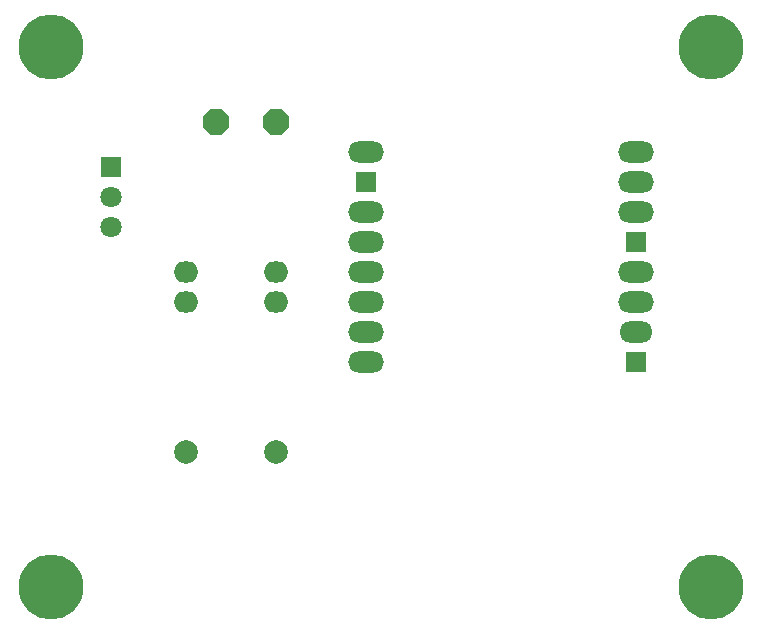
<source format=gtl>
G04 Layer_Physical_Order=1*
G04 Layer_Color=255*
%FSLAX42Y42*%
%MOMM*%
G71*
G01*
G75*
%ADD10P,2.38X8X22.5*%
%ADD11C,2.00*%
%ADD12O,2.10X1.80*%
%ADD13R,1.80X1.80*%
%ADD14C,1.80*%
%ADD15R,1.80X1.80*%
%ADD16O,2.80X1.80*%
%ADD17O,3.05X1.80*%
%ADD18C,5.50*%
D10*
X6604Y9144D02*
D03*
X7112D02*
D03*
D11*
Y6350D02*
D03*
X6350D02*
D03*
D12*
X7112Y7620D02*
D03*
Y7874D02*
D03*
X6350Y7620D02*
D03*
Y7874D02*
D03*
D13*
X5715Y8763D02*
D03*
D14*
Y8509D02*
D03*
Y8255D02*
D03*
D15*
X10160Y7112D02*
D03*
Y8128D02*
D03*
X7874Y8636D02*
D03*
D16*
X10160Y7366D02*
D03*
D17*
Y7620D02*
D03*
Y7874D02*
D03*
Y8382D02*
D03*
Y8636D02*
D03*
Y8890D02*
D03*
X7874D02*
D03*
Y8382D02*
D03*
Y8128D02*
D03*
Y7874D02*
D03*
Y7620D02*
D03*
Y7366D02*
D03*
Y7112D02*
D03*
D18*
X5207Y9779D02*
D03*
Y5207D02*
D03*
X10795Y9779D02*
D03*
Y5207D02*
D03*
M02*

</source>
